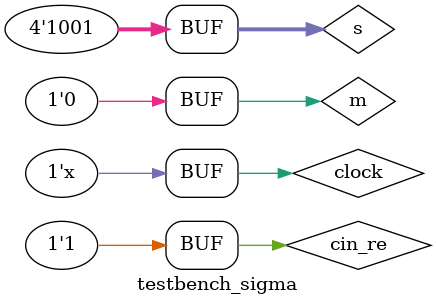
<source format=v>
`timescale 1ns / 1ps

module testbench_sigma;

	reg [3:0] a;
	reg [3:0] b;
	reg [3:0] s;
	reg m;
	reg cin_re;
	reg clock;

	wire cout_re;
	wire [3:0] y;

	alu_4bit uut (
		.a(a), 
		.b(b), 
		.s(s), 
		.m(m), 
		.cin_re(cin_re), 
		.cout_re(cout_re), 
		.y(y)
	);

	initial 
		begin
			a = 0;
			b = 0;
			s = 4'h9;
			m = 0;
			cin_re = 1;//no cin 
			clock = 0;
		end
	always #50 clock = ~clock;
	always @(posedge clock)
		begin
			if (y == 15)
				begin
					a <= 0;
					b <= 0;
				end
			else
				begin
					a <= y;
					b <= b + 1;
				end
		end
	
      
endmodule

</source>
